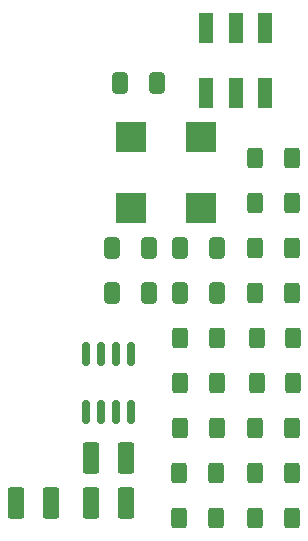
<source format=gbr>
%TF.GenerationSoftware,KiCad,Pcbnew,(6.0.6)*%
%TF.CreationDate,2022-09-17T14:28:24+02:00*%
%TF.ProjectId,Tiny handheld,54696e79-2068-4616-9e64-68656c642e6b,1.0*%
%TF.SameCoordinates,Original*%
%TF.FileFunction,Paste,Bot*%
%TF.FilePolarity,Positive*%
%FSLAX46Y46*%
G04 Gerber Fmt 4.6, Leading zero omitted, Abs format (unit mm)*
G04 Created by KiCad (PCBNEW (6.0.6)) date 2022-09-17 14:28:24*
%MOMM*%
%LPD*%
G01*
G04 APERTURE LIST*
G04 Aperture macros list*
%AMRoundRect*
0 Rectangle with rounded corners*
0 $1 Rounding radius*
0 $2 $3 $4 $5 $6 $7 $8 $9 X,Y pos of 4 corners*
0 Add a 4 corners polygon primitive as box body*
4,1,4,$2,$3,$4,$5,$6,$7,$8,$9,$2,$3,0*
0 Add four circle primitives for the rounded corners*
1,1,$1+$1,$2,$3*
1,1,$1+$1,$4,$5*
1,1,$1+$1,$6,$7*
1,1,$1+$1,$8,$9*
0 Add four rect primitives between the rounded corners*
20,1,$1+$1,$2,$3,$4,$5,0*
20,1,$1+$1,$4,$5,$6,$7,0*
20,1,$1+$1,$6,$7,$8,$9,0*
20,1,$1+$1,$8,$9,$2,$3,0*%
G04 Aperture macros list end*
%ADD10RoundRect,0.250000X0.400000X0.625000X-0.400000X0.625000X-0.400000X-0.625000X0.400000X-0.625000X0*%
%ADD11RoundRect,0.250000X0.412500X0.650000X-0.412500X0.650000X-0.412500X-0.650000X0.412500X-0.650000X0*%
%ADD12R,1.200000X2.500000*%
%ADD13RoundRect,0.250001X0.462499X1.074999X-0.462499X1.074999X-0.462499X-1.074999X0.462499X-1.074999X0*%
%ADD14R,2.500000X2.500000*%
%ADD15RoundRect,0.150000X-0.150000X0.825000X-0.150000X-0.825000X0.150000X-0.825000X0.150000X0.825000X0*%
G04 APERTURE END LIST*
D10*
%TO.C,R3*%
X163408000Y-116788000D03*
X166508000Y-116788000D03*
%TD*%
%TO.C,R9*%
X163408000Y-86308000D03*
X166508000Y-86308000D03*
%TD*%
D11*
%TO.C,C3*%
X151330500Y-93928000D03*
X154455500Y-93928000D03*
%TD*%
D10*
%TO.C,R7*%
X163408000Y-112978000D03*
X166508000Y-112978000D03*
%TD*%
%TO.C,R5*%
X157010620Y-116788000D03*
X160110620Y-116788000D03*
%TD*%
%TO.C,R11*%
X157058000Y-109168000D03*
X160158000Y-109168000D03*
%TD*%
D12*
%TO.C,S4*%
X159283000Y-75303000D03*
X161783000Y-75303000D03*
X164283000Y-75303000D03*
X159283000Y-80803000D03*
X161783000Y-80803000D03*
X164283000Y-80803000D03*
%TD*%
D10*
%TO.C,R12*%
X163555380Y-101548000D03*
X166655380Y-101548000D03*
%TD*%
%TO.C,R1*%
X157010620Y-112978000D03*
X160110620Y-112978000D03*
%TD*%
%TO.C,R14*%
X163408000Y-93928000D03*
X166508000Y-93928000D03*
%TD*%
D11*
%TO.C,C5*%
X151965500Y-79958000D03*
X155090500Y-79958000D03*
%TD*%
D10*
%TO.C,R10*%
X163555380Y-105358000D03*
X166655380Y-105358000D03*
%TD*%
D13*
%TO.C,D1*%
X149500500Y-111708000D03*
X152475500Y-111708000D03*
%TD*%
D10*
%TO.C,R6*%
X157058000Y-105358000D03*
X160158000Y-105358000D03*
%TD*%
%TO.C,R13*%
X163408000Y-97738000D03*
X166508000Y-97738000D03*
%TD*%
D13*
%TO.C,D3*%
X149500500Y-115518000D03*
X152475500Y-115518000D03*
%TD*%
D14*
%TO.C,LS1*%
X158874750Y-84578000D03*
X152874750Y-90578000D03*
X152874750Y-84578000D03*
X158874750Y-90578000D03*
%TD*%
D13*
%TO.C,D2*%
X143150500Y-115518000D03*
X146125500Y-115518000D03*
%TD*%
D11*
%TO.C,C1*%
X151330500Y-97738000D03*
X154455500Y-97738000D03*
%TD*%
D10*
%TO.C,R8*%
X163408000Y-109168000D03*
X166508000Y-109168000D03*
%TD*%
D11*
%TO.C,C2*%
X157045500Y-93928000D03*
X160170500Y-93928000D03*
%TD*%
D15*
%TO.C,U3*%
X149083000Y-107833000D03*
X150353000Y-107833000D03*
X151623000Y-107833000D03*
X152893000Y-107833000D03*
X152893000Y-102883000D03*
X151623000Y-102883000D03*
X150353000Y-102883000D03*
X149083000Y-102883000D03*
%TD*%
D10*
%TO.C,R4*%
X163408000Y-90118000D03*
X166508000Y-90118000D03*
%TD*%
D11*
%TO.C,C4*%
X157045500Y-97738000D03*
X160170500Y-97738000D03*
%TD*%
D10*
%TO.C,R2*%
X157058000Y-101548000D03*
X160158000Y-101548000D03*
%TD*%
M02*

</source>
